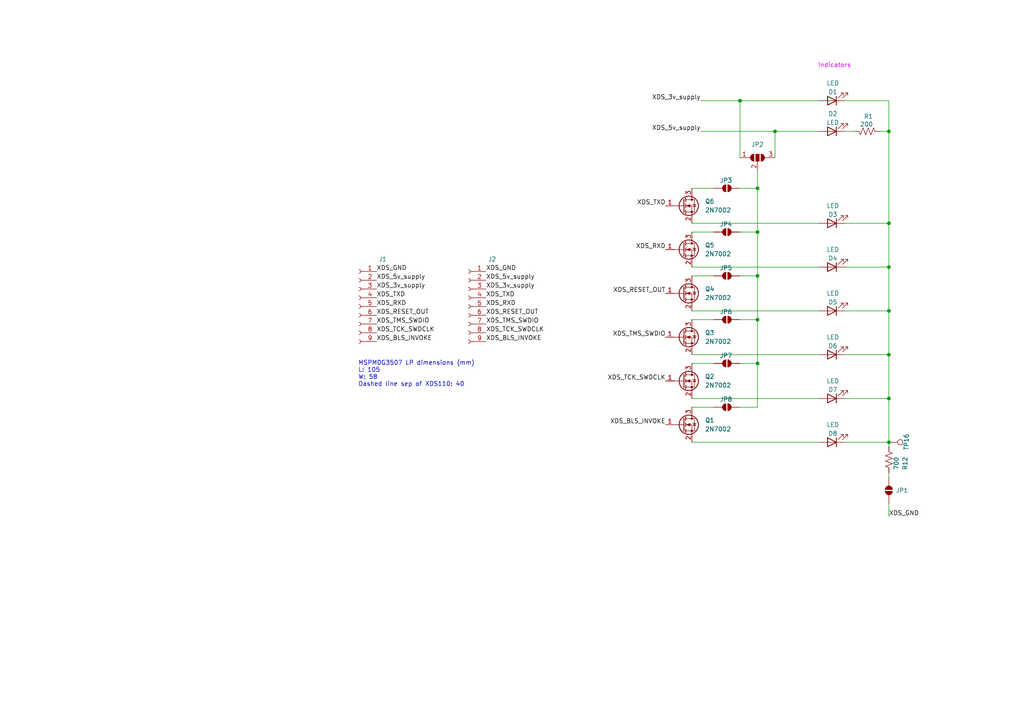
<source format=kicad_sch>
(kicad_sch (version 20250114) (generator "eeschema") (generator_version "9.0")
  (paper "A4")
  (lib_symbols
    (symbol "Connector:Conn_01x09_Socket" (pin_names (offset 1.016) (hide yes))
      (property "Reference" "J" (at 0 12.7 0))
      (property "Value" "Conn_01x09_Socket" (at 0 -12.7 0))
      (symbol "Conn_01x09_Socket_1_1"
        (polyline (pts (xy -1.27 10.16) (xy -0.508 10.16)) (stroke (width 0.1524)))
        (polyline (pts (xy -1.27 7.62) (xy -0.508 7.62)) (stroke (width 0.1524)))
        (polyline (pts (xy -1.27 5.08) (xy -0.508 5.08)) (stroke (width 0.1524)))
        (polyline (pts (xy -1.27 2.54) (xy -0.508 2.54)) (stroke (width 0.1524)))
        (polyline (pts (xy -1.27 0) (xy -0.508 0)) (stroke (width 0.1524)))
        (polyline (pts (xy -1.27 -2.54) (xy -0.508 -2.54)) (stroke (width 0.1524)))
        (polyline (pts (xy -1.27 -5.08) (xy -0.508 -5.08)) (stroke (width 0.1524)))
        (polyline (pts (xy -1.27 -7.62) (xy -0.508 -7.62)) (stroke (width 0.1524)))
        (polyline (pts (xy -1.27 -10.16) (xy -0.508 -10.16)) (stroke (width 0.1524)))
        (arc (start 0 9.652) (mid -0.5058 10.16) (end 0 10.668) (stroke (width 0.1524)))
        (arc (start 0 7.112) (mid -0.5058 7.62) (end 0 8.128) (stroke (width 0.1524)))
        (arc (start 0 4.572) (mid -0.5058 5.08) (end 0 5.588) (stroke (width 0.1524)))
        (arc (start 0 2.032) (mid -0.5058 2.54) (end 0 3.048) (stroke (width 0.1524)))
        (arc (start 0 -0.508) (mid -0.5058 0) (end 0 0.508) (stroke (width 0.1524)))
        (arc (start 0 -3.048) (mid -0.5058 -2.54) (end 0 -2.032) (stroke (width 0.1524)))
        (arc (start 0 -5.588) (mid -0.5058 -5.08) (end 0 -4.572) (stroke (width 0.1524)))
        (arc (start 0 -8.128) (mid -0.5058 -7.62) (end 0 -7.112) (stroke (width 0.1524)))
        (arc (start 0 -10.668) (mid -0.5058 -10.16) (end 0 -9.652) (stroke (width 0.1524)))
        (pin passive line (at -5.08 10.16 0) (length 3.81) (name "Pin_1") (number "1"))
        (pin passive line (at -5.08 7.62 0) (length 3.81) (name "Pin_2") (number "2"))
        (pin passive line (at -5.08 5.08 0) (length 3.81) (name "Pin_3") (number "3"))
        (pin passive line (at -5.08 2.54 0) (length 3.81) (name "Pin_4") (number "4"))
        (pin passive line (at -5.08 0 0) (length 3.81) (name "Pin_5") (number "5"))
        (pin passive line (at -5.08 -2.54 0) (length 3.81) (name "Pin_6") (number "6"))
        (pin passive line (at -5.08 -5.08 0) (length 3.81) (name "Pin_7") (number "7"))
        (pin passive line (at -5.08 -7.62 0) (length 3.81) (name "Pin_8") (number "8"))
        (pin passive line (at -5.08 -10.16 0) (length 3.81) (name "Pin_9") (number "9"))
      )
    )
    (symbol "Connector:TestPoint" (pin_numbers (hide yes)) (pin_names (offset 0.762) (hide yes))
      (property "Reference" "TP" (at 0 6.858 0))
      (property "Value" "TestPoint" (at 0 5.08 0))
      (symbol "TestPoint_0_1"
        (circle (center 0 3.302) (radius 0.762))
      )
      (symbol "TestPoint_1_1"
        (pin passive line (at 0 0 90) (length 2.54) (name "1") (number "1"))
      )
    )
    (symbol "Device:LED" (pin_numbers (hide yes)) (pin_names (offset 1.016) (hide yes))
      (property "Reference" "D" (at 0 2.54 0))
      (property "Value" "LED" (at 0 -2.54 0))
      (symbol "LED_0_1"
        (polyline (pts (xy -3.048 -0.762) (xy -4.572 -2.286) (xy -3.81 -2.286) (xy -4.572 -2.286) (xy -4.572 -1.524)))
        (polyline (pts (xy -1.778 -0.762) (xy -3.302 -2.286) (xy -2.54 -2.286) (xy -3.302 -2.286) (xy -3.302 -1.524)))
        (polyline (pts (xy -1.27 0) (xy 1.27 0)))
        (polyline (pts (xy -1.27 -1.27) (xy -1.27 1.27)) (stroke (width 0.254)))
        (polyline (pts (xy 1.27 -1.27) (xy 1.27 1.27) (xy -1.27 0) (xy 1.27 -1.27)) (stroke (width 0.254)))
      )
      (symbol "LED_1_1"
        (pin passive line (at -3.81 0 0) (length 2.54) (name "K") (number "1"))
        (pin passive line (at 3.81 0 180) (length 2.54) (name "A") (number "2"))
      )
    )
    (symbol "Device:R_US" (pin_numbers (hide yes)) (pin_names (offset 0))
      (property "Reference" "R" (at 2.54 0 90))
      (property "Value" "R_US" (at -2.54 0 90))
      (symbol "R_US_0_1"
        (polyline (pts (xy 0 2.286) (xy 0 2.54)))
        (polyline (pts (xy 0 2.286) (xy 1.016 1.905) (xy 0 1.524) (xy -1.016 1.143) (xy 0 0.762)))
        (polyline (pts (xy 0 0.762) (xy 1.016 0.381) (xy 0 0) (xy -1.016 -0.381) (xy 0 -0.762)))
        (polyline (pts (xy 0 -0.762) (xy 1.016 -1.143) (xy 0 -1.524) (xy -1.016 -1.905) (xy 0 -2.286)))
        (polyline (pts (xy 0 -2.286) (xy 0 -2.54)))
      )
      (symbol "R_US_1_1"
        (pin passive line (at 0 3.81 270) (length 1.27) (name "~") (number "1"))
        (pin passive line (at 0 -3.81 90) (length 1.27) (name "~") (number "2"))
      )
    )
    (symbol "Jumper:SolderJumper_2_Open" (pin_numbers (hide yes)) (pin_names (offset 0) (hide yes)) (in_bom no)
      (property "Reference" "JP" (at 0 2.032 0))
      (property "Value" "SolderJumper_2_Open" (at 0 -2.54 0))
      (symbol "SolderJumper_2_Open_0_1"
        (polyline (pts (xy -0.254 1.016) (xy -0.254 -1.016)))
        (arc (start -0.254 -1.016) (mid -1.2656 0) (end -0.254 1.016))
        (arc (start -0.254 -1.016) (mid -1.2656 0) (end -0.254 1.016) (fill (type outline)))
        (arc (start 0.254 1.016) (mid 1.2656 0) (end 0.254 -1.016))
        (arc (start 0.254 1.016) (mid 1.2656 0) (end 0.254 -1.016) (fill (type outline)))
        (polyline (pts (xy 0.254 1.016) (xy 0.254 -1.016)))
      )
      (symbol "SolderJumper_2_Open_1_1"
        (pin passive line (at -3.81 0 0) (length 2.54) (name "A") (number "1"))
        (pin passive line (at 3.81 0 180) (length 2.54) (name "B") (number "2"))
      )
    )
    (symbol "Jumper:SolderJumper_3_Open" (pin_names (offset 0) (hide yes)) (in_bom no)
      (property "Reference" "JP" (at -2.54 -2.54 0))
      (property "Value" "SolderJumper_3_Open" (at 0 2.794 0))
      (symbol "SolderJumper_3_Open_0_1"
        (polyline (pts (xy -2.54 0) (xy -2.032 0)))
        (polyline (pts (xy -1.016 1.016) (xy -1.016 -1.016)))
        (arc (start -1.016 -1.016) (mid -2.0276 0) (end -1.016 1.016))
        (arc (start -1.016 -1.016) (mid -2.0276 0) (end -1.016 1.016) (fill (type outline)))
        (rectangle (start -0.508 1.016) (end 0.508 -1.016) (fill (type outline)))
        (polyline (pts (xy 0 -1.27) (xy 0 -1.016)))
        (arc (start 1.016 1.016) (mid 2.0276 0) (end 1.016 -1.016))
        (arc (start 1.016 1.016) (mid 2.0276 0) (end 1.016 -1.016) (fill (type outline)))
        (polyline (pts (xy 1.016 1.016) (xy 1.016 -1.016)))
        (polyline (pts (xy 2.54 0) (xy 2.032 0)))
      )
      (symbol "SolderJumper_3_Open_1_1"
        (pin passive line (at -5.08 0 0) (length 2.54) (name "A") (number "1"))
        (pin passive line (at 0 -3.81 90) (length 2.54) (name "C") (number "2"))
        (pin passive line (at 5.08 0 180) (length 2.54) (name "B") (number "3"))
      )
    )
    (symbol "Transistor_FET:2N7002" (pin_names (hide yes))
      (property "Reference" "Q" (at 5.08 1.905 0))
      (property "Value" "2N7002" (at 5.08 0 0))
      (symbol "2N7002_0_1"
        (polyline (pts (xy 0.254 1.905) (xy 0.254 -1.905)) (stroke (width 0.254)))
        (polyline (pts (xy 0.254 0) (xy -2.54 0)))
        (polyline (pts (xy 0.762 2.286) (xy 0.762 1.27)) (stroke (width 0.254)))
        (polyline (pts (xy 0.762 0.508) (xy 0.762 -0.508)) (stroke (width 0.254)))
        (polyline (pts (xy 0.762 -1.27) (xy 0.762 -2.286)) (stroke (width 0.254)))
        (polyline (pts (xy 0.762 -1.778) (xy 3.302 -1.778) (xy 3.302 1.778) (xy 0.762 1.778)))
        (polyline (pts (xy 1.016 0) (xy 2.032 0.381) (xy 2.032 -0.381) (xy 1.016 0)) (fill (type outline)))
        (circle (center 1.651 0) (radius 2.794) (stroke (width 0.254)))
        (polyline (pts (xy 2.54 2.54) (xy 2.54 1.778)))
        (circle (center 2.54 1.778) (radius 0.254) (fill (type outline)))
        (circle (center 2.54 -1.778) (radius 0.254) (fill (type outline)))
        (polyline (pts (xy 2.54 -2.54) (xy 2.54 0) (xy 0.762 0)))
        (polyline (pts (xy 2.794 0.508) (xy 2.921 0.381) (xy 3.683 0.381) (xy 3.81 0.254)))
        (polyline (pts (xy 3.302 0.381) (xy 2.921 -0.254) (xy 3.683 -0.254) (xy 3.302 0.381)))
      )
      (symbol "2N7002_1_1"
        (pin input line (at -5.08 0 0) (length 2.54) (name "G") (number "1"))
        (pin passive line (at 2.54 5.08 270) (length 2.54) (name "D") (number "3"))
        (pin passive line (at 2.54 -5.08 90) (length 2.54) (name "S") (number "2"))
      )
    )
  )
  (text "indicators" (at 242.062 19.05 0) (effects (font (size 1.27 1.27))))
  (text "MSPM0G3507 LP dimensions (mm)\nL: 105\nW: 58\nDashed line sep of XDS110: 40" (at 103.886 104.648 0) (effects (font (size 1.27 1.27)) (justify left top)))
  (junction (at 257.81 38.1))
  (junction (at 214.63 29.21))
  (junction (at 219.71 80.01))
  (junction (at 224.79 38.1))
  (junction (at 257.81 128.27))
  (junction (at 257.81 64.77))
  (junction (at 219.71 92.71))
  (junction (at 219.71 105.41))
  (junction (at 219.71 54.61))
  (junction (at 257.81 115.57))
  (junction (at 257.81 90.17))
  (junction (at 257.81 102.87))
  (junction (at 257.81 77.47))
  (junction (at 219.71 67.31))
  (wire (pts (xy 257.81 137.16) (xy 257.81 138.43)))
  (wire (pts (xy 257.81 115.57) (xy 257.81 128.27)))
  (wire (pts (xy 207.01 118.11) (xy 200.66 118.11)))
  (wire (pts (xy 203.2 38.1) (xy 224.79 38.1)))
  (wire (pts (xy 200.66 77.47) (xy 237.49 77.47)))
  (wire (pts (xy 245.11 128.27) (xy 257.81 128.27)))
  (wire (pts (xy 257.81 90.17) (xy 257.81 102.87)))
  (wire (pts (xy 257.81 102.87) (xy 257.81 115.57)))
  (wire (pts (xy 245.11 115.57) (xy 257.81 115.57)))
  (wire (pts (xy 200.66 92.71) (xy 207.01 92.71)))
  (wire (pts (xy 257.81 77.47) (xy 257.81 90.17)))
  (wire (pts (xy 214.63 29.21) (xy 214.63 45.72)))
  (wire (pts (xy 200.66 102.87) (xy 237.49 102.87)))
  (wire (pts (xy 224.79 38.1) (xy 237.49 38.1)))
  (wire (pts (xy 200.66 64.77) (xy 237.49 64.77)))
  (wire (pts (xy 219.71 67.31) (xy 219.71 80.01)))
  (wire (pts (xy 214.63 67.31) (xy 219.71 67.31)))
  (wire (pts (xy 219.71 49.53) (xy 219.71 54.61)))
  (wire (pts (xy 203.2 29.21) (xy 214.63 29.21)))
  (wire (pts (xy 214.63 80.01) (xy 219.71 80.01)))
  (wire (pts (xy 245.11 29.21) (xy 257.81 29.21)))
  (wire (pts (xy 200.66 67.31) (xy 207.01 67.31)))
  (wire (pts (xy 255.27 38.1) (xy 257.81 38.1)))
  (wire (pts (xy 245.11 77.47) (xy 257.81 77.47)))
  (wire (pts (xy 200.66 128.27) (xy 237.49 128.27)))
  (wire (pts (xy 245.11 38.1) (xy 247.65 38.1)))
  (wire (pts (xy 200.66 54.61) (xy 207.01 54.61)))
  (wire (pts (xy 219.71 80.01) (xy 219.71 92.71)))
  (wire (pts (xy 200.66 115.57) (xy 237.49 115.57)))
  (wire (pts (xy 200.66 105.41) (xy 207.01 105.41)))
  (wire (pts (xy 245.11 102.87) (xy 257.81 102.87)))
  (wire (pts (xy 219.71 54.61) (xy 219.71 67.31)))
  (wire (pts (xy 245.11 90.17) (xy 257.81 90.17)))
  (wire (pts (xy 257.81 38.1) (xy 257.81 29.21)))
  (wire (pts (xy 219.71 105.41) (xy 219.71 118.11)))
  (wire (pts (xy 219.71 92.71) (xy 219.71 105.41)))
  (wire (pts (xy 245.11 64.77) (xy 257.81 64.77)))
  (wire (pts (xy 200.66 90.17) (xy 237.49 90.17)))
  (wire (pts (xy 257.81 146.05) (xy 257.81 149.86)))
  (wire (pts (xy 214.63 29.21) (xy 237.49 29.21)))
  (wire (pts (xy 257.81 64.77) (xy 257.81 77.47)))
  (wire (pts (xy 214.63 92.71) (xy 219.71 92.71)))
  (wire (pts (xy 214.63 54.61) (xy 219.71 54.61)))
  (wire (pts (xy 214.63 105.41) (xy 219.71 105.41)))
  (wire (pts (xy 257.81 128.27) (xy 257.81 129.54)))
  (wire (pts (xy 224.79 38.1) (xy 224.79 45.72)))
  (wire (pts (xy 200.66 80.01) (xy 207.01 80.01)))
  (wire (pts (xy 219.71 118.11) (xy 214.63 118.11)))
  (wire (pts (xy 257.81 38.1) (xy 257.81 64.77)))
  (label "XDS_BLS_INVOKE" (at 109.22 99.06 0))
  (label "XDS_5v_supply" (at 109.22 81.28 0))
  (label "XDS_3v_supply" (at 203.2 29.21 180))
  (label "XDS_TCK_SWDCLK" (at 140.97 96.52 0))
  (label "XDS_GND" (at 140.97 78.74 0))
  (label "XDS_5v_supply" (at 140.97 81.28 0))
  (label "XDS_TXD" (at 140.97 86.36 0))
  (label "XDS_RESET_OUT" (at 109.22 91.44 0))
  (label "XDS_TMS_SWDIO" (at 193.04 97.79 180))
  (label "XDS_RXD" (at 109.22 88.9 0))
  (label "XDS_5v_supply" (at 203.2 38.1 180))
  (label "XDS_RESET_OUT" (at 193.04 85.09 180))
  (label "XDS_TMS_SWDIO" (at 140.97 93.98 0))
  (label "XDS_TXD" (at 193.04 59.69 180))
  (label "XDS_3v_supply" (at 109.22 83.82 0))
  (label "XDS_3v_supply" (at 140.97 83.82 0))
  (label "XDS_TXD" (at 109.22 86.36 0))
  (label "XDS_BLS_INVOKE" (at 140.97 99.06 0))
  (label "XDS_TMS_SWDIO" (at 109.22 93.98 0))
  (label "XDS_BLS_INVOKE" (at 193.04 123.19 180))
  (label "XDS_TCK_SWDCLK" (at 109.22 96.52 0))
  (label "XDS_RXD" (at 140.97 88.9 0))
  (label "XDS_TCK_SWDCLK" (at 193.04 110.49 180))
  (label "XDS_RXD" (at 193.04 72.39 180))
  (label "XDS_GND" (at 109.22 78.74 0))
  (label "XDS_GND" (at 257.81 149.86 0))
  (label "XDS_RESET_OUT" (at 140.97 91.44 0))
  (symbol (lib_id "Device:LED") (at 241.3 29.21 180) (unit 1)
    (property "Reference" "D1" (at 241.554 26.67 0))
    (property "Value" "LED" (at 241.554 24.13 0))
    (property "Footprint" "LED_SMD:LED_0201_0603Metric_Pad0.64x0.40mm_HandSolder" (effects (hide yes)))
    (property "Description" "Amber LED, 5mA, 1.9Vf, 5Vr, 75mW" (effects (hide yes)))
    (property "Sim.Pins" "1=K 2=A" (effects (hide yes)))
    (property "mouser" "https://www.mouser.com/ProductDetail/Inolux/IN-S63AT5A?qs=sGAEpiMZZMusoohG2hS%252B168PbK3Wnfgfrs6xlVjjR%2FyR990S%252B53E4A%3D%3D" (effects (hide yes)))
    (property "specs" "amber, 5mA, 1.9V, 75mW, -40C, +85C" (effects (hide yes)))
    (property "unit x10" "0.12" (effects (hide yes)))
  )
  (symbol (lib_id "Jumper:SolderJumper_2_Open") (at 210.82 105.41 0) (unit 1) (in_bom no)
    (property "Reference" "JP7" (at 210.566 103.124 0))
    (property "Value" "SolderJumper_2_Open" (effects (hide yes)))
    (property "Footprint" "Jumper:SolderJumper-2_P1.3mm_Open_RoundedPad1.0x1.5mm" (effects (hide yes)))
    (property "Description" "Solder Jumper, 2-pole, open" (effects (hide yes)))
  )
  (symbol (lib_id "Transistor_FET:2N7002") (at 198.12 59.69 0) (unit 1)
    (property "Reference" "Q6" (at 204.47 58.4199 0) (effects (justify left)))
    (property "Value" "2N7002" (at 204.47 60.9599 0) (effects (justify left)))
    (property "Footprint" "Package_TO_SOT_SMD:SOT-23" (effects (hide yes)))
    (property "Datasheet" "https://www.onsemi.com/pub/Collateral/NDS7002A-D.PDF" (effects (hide yes)))
    (property "Description" "0.115A Id, 60V Vds, N-Channel MOSFET, SOT-23" (effects (hide yes)))
    (property "mouser" "https://www.mouser.com/ProductDetail/Nexperia/2N7002BK215?qs=Z28%252Bnr95Va2ls36nCHG6bQ%3D%3D" (effects (hide yes)))
    (property "specs" "NChan, 60V, 250mA, 1v1thresh, 440mW, 1.6Ohms" (effects (hide yes)))
    (property "unit x10" "0.072" (effects (hide yes)))
  )
  (symbol (lib_id "Jumper:SolderJumper_2_Open") (at 210.82 67.31 0) (unit 1) (in_bom no)
    (property "Reference" "JP4" (at 210.566 65.024 0))
    (property "Value" "SolderJumper_2_Open" (effects (hide yes)))
    (property "Footprint" "Jumper:SolderJumper-2_P1.3mm_Open_RoundedPad1.0x1.5mm" (effects (hide yes)))
    (property "Description" "Solder Jumper, 2-pole, open" (effects (hide yes)))
  )
  (symbol (lib_id "Device:LED") (at 241.3 64.77 180) (unit 1)
    (property "Reference" "D3" (at 241.554 62.23 0))
    (property "Value" "LED" (at 241.554 59.69 0))
    (property "Footprint" "LED_SMD:LED_0201_0603Metric_Pad0.64x0.40mm_HandSolder" (effects (hide yes)))
    (property "Description" "Amber LED, 5mA, 1.9Vf, 5Vr, 75mW" (effects (hide yes)))
    (property "Sim.Pins" "1=K 2=A" (effects (hide yes)))
    (property "mouser" "https://www.mouser.com/ProductDetail/Inolux/IN-S63AT5A?qs=sGAEpiMZZMusoohG2hS%252B168PbK3Wnfgfrs6xlVjjR%2FyR990S%252B53E4A%3D%3D" (effects (hide yes)))
    (property "specs" "amber, 5mA, 1.9V, 75mW, -40C, +85C" (effects (hide yes)))
    (property "unit x10" "0.12" (effects (hide yes)))
  )
  (symbol (lib_id "Device:LED") (at 241.3 38.1 180) (unit 1)
    (property "Reference" "D2" (at 241.554 33.02 0))
    (property "Value" "LED" (at 241.554 35.56 0))
    (property "Footprint" "LED_SMD:LED_0201_0603Metric_Pad0.64x0.40mm_HandSolder" (effects (hide yes)))
    (property "Description" "Amber LED, 5mA, 1.9Vf, 5Vr, 75mW" (effects (hide yes)))
    (property "Sim.Pins" "1=K 2=A" (effects (hide yes)))
    (property "mouser" "https://www.mouser.com/ProductDetail/Inolux/IN-S63AT5A?qs=sGAEpiMZZMusoohG2hS%252B168PbK3Wnfgfrs6xlVjjR%2FyR990S%252B53E4A%3D%3D" (effects (hide yes)))
    (property "specs" "amber, 5mA, 1.9V, 75mW, -40C, +85C" (effects (hide yes)))
    (property "unit x10" "0.12" (effects (hide yes)))
  )
  (symbol (lib_id "Transistor_FET:2N7002") (at 198.12 72.39 0) (unit 1)
    (property "Reference" "Q5" (at 204.47 71.1199 0) (effects (justify left)))
    (property "Value" "2N7002" (at 204.47 73.6599 0) (effects (justify left)))
    (property "Footprint" "Package_TO_SOT_SMD:SOT-23" (effects (hide yes)))
    (property "Datasheet" "https://www.onsemi.com/pub/Collateral/NDS7002A-D.PDF" (effects (hide yes)))
    (property "Description" "0.115A Id, 60V Vds, N-Channel MOSFET, SOT-23" (effects (hide yes)))
    (property "mouser" "https://www.mouser.com/ProductDetail/Nexperia/2N7002BK215?qs=Z28%252Bnr95Va2ls36nCHG6bQ%3D%3D" (effects (hide yes)))
    (property "specs" "NChan, 60V, 250mA, 1v1thresh, 440mW, 1.6Ohms" (effects (hide yes)))
    (property "unit x10" "0.072" (effects (hide yes)))
  )
  (symbol (lib_id "Jumper:SolderJumper_2_Open") (at 210.82 80.01 0) (unit 1) (in_bom no)
    (property "Reference" "JP5" (at 210.566 77.724 0))
    (property "Value" "SolderJumper_2_Open" (effects (hide yes)))
    (property "Footprint" "Jumper:SolderJumper-2_P1.3mm_Open_RoundedPad1.0x1.5mm" (effects (hide yes)))
    (property "Description" "Solder Jumper, 2-pole, open" (effects (hide yes)))
  )
  (symbol (lib_id "Transistor_FET:2N7002") (at 198.12 110.49 0) (unit 1)
    (property "Reference" "Q2" (at 204.47 109.2199 0) (effects (justify left)))
    (property "Value" "2N7002" (at 204.47 111.7599 0) (effects (justify left)))
    (property "Footprint" "Package_TO_SOT_SMD:SOT-23" (effects (hide yes)))
    (property "Datasheet" "https://www.onsemi.com/pub/Collateral/NDS7002A-D.PDF" (effects (hide yes)))
    (property "Description" "0.115A Id, 60V Vds, N-Channel MOSFET, SOT-23" (effects (hide yes)))
    (property "mouser" "https://www.mouser.com/ProductDetail/Nexperia/2N7002BK215?qs=Z28%252Bnr95Va2ls36nCHG6bQ%3D%3D" (effects (hide yes)))
    (property "specs" "NChan, 60V, 250mA, 1v1thresh, 440mW, 1.6Ohms" (effects (hide yes)))
    (property "unit x10" "0.072" (effects (hide yes)))
  )
  (symbol (lib_id "Device:LED") (at 241.3 77.47 180) (unit 1)
    (property "Reference" "D4" (at 241.554 74.93 0))
    (property "Value" "LED" (at 241.554 72.39 0))
    (property "Footprint" "LED_SMD:LED_0201_0603Metric_Pad0.64x0.40mm_HandSolder" (effects (hide yes)))
    (property "Description" "Amber LED, 5mA, 1.9Vf, 5Vr, 75mW" (effects (hide yes)))
    (property "Sim.Pins" "1=K 2=A" (effects (hide yes)))
    (property "mouser" "https://www.mouser.com/ProductDetail/Inolux/IN-S63AT5A?qs=sGAEpiMZZMusoohG2hS%252B168PbK3Wnfgfrs6xlVjjR%2FyR990S%252B53E4A%3D%3D" (effects (hide yes)))
    (property "specs" "amber, 5mA, 1.9V, 75mW, -40C, +85C" (effects (hide yes)))
    (property "unit x10" "0.12" (effects (hide yes)))
  )
  (symbol (lib_id "Connector:Conn_01x09_Socket") (at 104.14 88.9 0) (mirror y) (unit 1) (in_bom no)
    (property "Reference" "J1" (at 110.998 75.184 0))
    (property "Value" "Conn_01x09_Socket" (effects (hide yes)))
    (property "Footprint" "Connector_PinHeader_2.54mm:PinHeader_1x09_P2.54mm_Vertical" (effects (hide yes)))
    (property "Description" "Generic connector, single row, 01x09, script generated" (effects (hide yes)))
  )
  (symbol (lib_id "Device:R_US") (at 251.46 38.1 90) (mirror x) (unit 1)
    (property "Reference" "R1" (at 253.238 33.782 90) (effects (justify left)))
    (property "Value" "200" (at 253.238 36.068 90) (effects (justify left)))
    (property "Footprint" "Resistor_SMD:R_1206_3216Metric_Pad1.30x1.75mm_HandSolder" (effects (hide yes)))
    (property "Datasheet" "https://www.mouser.com/ProductDetail/Panasonic/ERJ-P08J201V?qs=js9DCdkuA2r%2FYZjmQm4p2A%3D%3D" (effects (hide yes)))
    (property "Description" "Resistor, US symbol" (effects (hide yes)))
    (property "mouser" "https://www.mouser.com/ProductDetail/Panasonic/ERJ-P08J201V?qs=js9DCdkuA2r%2FYZjmQm4p2A%3D%3D" (effects (hide yes)))
    (property "specs" "200Ohms, 660mW, 200PPM, 500V, 5%, -55C, +155C" (effects (hide yes)))
    (property "unit x10" "0.05" (effects (hide yes)))
  )
  (symbol (lib_id "Connector:TestPoint") (at 257.81 128.27 270) (unit 1) (in_bom no)
    (property "Reference" "TP16" (at 262.89 125.73 0) (effects (justify left)))
    (property "Value" "TestPoint" (effects (hide yes)))
    (property "Footprint" "TestPoint:TestPoint_Loop_D2.50mm_Drill1.0mm_LowProfile" (effects (hide yes)))
    (property "Description" "test point" (effects (hide yes)))
  )
  (symbol (lib_id "Jumper:SolderJumper_2_Open") (at 210.82 118.11 0) (unit 1) (in_bom no)
    (property "Reference" "JP8" (at 210.566 115.824 0))
    (property "Value" "SolderJumper_2_Open" (effects (hide yes)))
    (property "Footprint" "Jumper:SolderJumper-2_P1.3mm_Open_RoundedPad1.0x1.5mm" (effects (hide yes)))
    (property "Description" "Solder Jumper, 2-pole, open" (effects (hide yes)))
  )
  (symbol (lib_id "Device:LED") (at 241.3 115.57 180) (unit 1)
    (property "Reference" "D7" (at 241.554 113.03 0))
    (property "Value" "LED" (at 241.554 110.49 0))
    (property "Footprint" "LED_SMD:LED_0201_0603Metric_Pad0.64x0.40mm_HandSolder" (effects (hide yes)))
    (property "Description" "Amber LED, 5mA, 1.9Vf, 5Vr, 75mW" (effects (hide yes)))
    (property "Sim.Pins" "1=K 2=A" (effects (hide yes)))
    (property "mouser" "https://www.mouser.com/ProductDetail/Inolux/IN-S63AT5A?qs=sGAEpiMZZMusoohG2hS%252B168PbK3Wnfgfrs6xlVjjR%2FyR990S%252B53E4A%3D%3D" (effects (hide yes)))
    (property "specs" "amber, 5mA, 1.9V, 75mW, -40C, +85C" (effects (hide yes)))
    (property "unit x10" "0.12" (effects (hide yes)))
  )
  (symbol (lib_id "Device:LED") (at 241.3 102.87 180) (unit 1)
    (property "Reference" "D6" (at 241.554 100.33 0))
    (property "Value" "LED" (at 241.554 97.79 0))
    (property "Footprint" "LED_SMD:LED_0201_0603Metric_Pad0.64x0.40mm_HandSolder" (effects (hide yes)))
    (property "Description" "Amber LED, 5mA, 1.9Vf, 5Vr, 75mW" (effects (hide yes)))
    (property "Sim.Pins" "1=K 2=A" (effects (hide yes)))
    (property "mouser" "https://www.mouser.com/ProductDetail/Inolux/IN-S63AT5A?qs=sGAEpiMZZMusoohG2hS%252B168PbK3Wnfgfrs6xlVjjR%2FyR990S%252B53E4A%3D%3D" (effects (hide yes)))
    (property "specs" "amber, 5mA, 1.9V, 75mW, -40C, +85C" (effects (hide yes)))
    (property "unit x10" "0.12" (effects (hide yes)))
  )
  (symbol (lib_id "Transistor_FET:2N7002") (at 198.12 123.19 0) (unit 1)
    (property "Reference" "Q1" (at 204.47 121.9199 0) (effects (justify left)))
    (property "Value" "2N7002" (at 204.47 124.4599 0) (effects (justify left)))
    (property "Footprint" "Package_TO_SOT_SMD:SOT-23" (effects (hide yes)))
    (property "Datasheet" "https://www.onsemi.com/pub/Collateral/NDS7002A-D.PDF" (effects (hide yes)))
    (property "Description" "0.115A Id, 60V Vds, N-Channel MOSFET, SOT-23" (effects (hide yes)))
    (property "mouser" "https://www.mouser.com/ProductDetail/Nexperia/2N7002BK215?qs=Z28%252Bnr95Va2ls36nCHG6bQ%3D%3D" (effects (hide yes)))
    (property "specs" "NChan, 60V, 250mA, 1v1thresh, 440mW, 1.6Ohms" (effects (hide yes)))
    (property "unit x10" "0.072" (effects (hide yes)))
  )
  (symbol (lib_id "Jumper:SolderJumper_2_Open") (at 210.82 54.61 0) (unit 1) (in_bom no)
    (property "Reference" "JP3" (at 210.566 52.324 0))
    (property "Value" "SolderJumper_2_Open" (effects (hide yes)))
    (property "Footprint" "Jumper:SolderJumper-2_P1.3mm_Open_RoundedPad1.0x1.5mm" (effects (hide yes)))
    (property "Description" "Solder Jumper, 2-pole, open" (effects (hide yes)))
  )
  (symbol (lib_id "Transistor_FET:2N7002") (at 198.12 97.79 0) (unit 1)
    (property "Reference" "Q3" (at 204.47 96.5199 0) (effects (justify left)))
    (property "Value" "2N7002" (at 204.47 99.0599 0) (effects (justify left)))
    (property "Footprint" "Package_TO_SOT_SMD:SOT-23" (effects (hide yes)))
    (property "Datasheet" "https://www.onsemi.com/pub/Collateral/NDS7002A-D.PDF" (effects (hide yes)))
    (property "Description" "0.115A Id, 60V Vds, N-Channel MOSFET, SOT-23" (effects (hide yes)))
    (property "mouser" "https://www.mouser.com/ProductDetail/Nexperia/2N7002BK215?qs=Z28%252Bnr95Va2ls36nCHG6bQ%3D%3D" (effects (hide yes)))
    (property "specs" "NChan, 60V, 250mA, 1v1thresh, 440mW, 1.6Ohms" (effects (hide yes)))
    (property "unit x10" "0.072" (effects (hide yes)))
  )
  (symbol (lib_id "Jumper:SolderJumper_3_Open") (at 219.71 45.72 0) (unit 1) (in_bom no)
    (property "Reference" "JP2" (at 219.71 41.91 0))
    (property "Value" "SolderJumper_3_Open" (effects (hide yes)))
    (property "Footprint" "Jumper:SolderJumper-3_P1.3mm_Open_Pad1.0x1.5mm" (effects (hide yes)))
    (property "Description" "Solder Jumper, 3-pole, open" (effects (hide yes)))
  )
  (symbol (lib_id "Transistor_FET:2N7002") (at 198.12 85.09 0) (unit 1)
    (property "Reference" "Q4" (at 204.47 83.8199 0) (effects (justify left)))
    (property "Value" "2N7002" (at 204.47 86.3599 0) (effects (justify left)))
    (property "Footprint" "Package_TO_SOT_SMD:SOT-23" (effects (hide yes)))
    (property "Datasheet" "https://www.onsemi.com/pub/Collateral/NDS7002A-D.PDF" (effects (hide yes)))
    (property "Description" "0.115A Id, 60V Vds, N-Channel MOSFET, SOT-23" (effects (hide yes)))
    (property "mouser" "https://www.mouser.com/ProductDetail/Nexperia/2N7002BK215?qs=Z28%252Bnr95Va2ls36nCHG6bQ%3D%3D" (effects (hide yes)))
    (property "specs" "NChan, 60V, 250mA, 1v1thresh, 440mW, 1.6Ohms" (effects (hide yes)))
    (property "unit x10" "0.072" (effects (hide yes)))
  )
  (symbol (lib_id "Device:LED") (at 241.3 90.17 180) (unit 1)
    (property "Reference" "D5" (at 241.554 87.63 0))
    (property "Value" "LED" (at 241.554 85.09 0))
    (property "Footprint" "LED_SMD:LED_0201_0603Metric_Pad0.64x0.40mm_HandSolder" (effects (hide yes)))
    (property "Description" "Amber LED, 5mA, 1.9Vf, 5Vr, 75mW" (effects (hide yes)))
    (property "Sim.Pins" "1=K 2=A" (effects (hide yes)))
    (property "mouser" "https://www.mouser.com/ProductDetail/Inolux/IN-S63AT5A?qs=sGAEpiMZZMusoohG2hS%252B168PbK3Wnfgfrs6xlVjjR%2FyR990S%252B53E4A%3D%3D" (effects (hide yes)))
    (property "specs" "amber, 5mA, 1.9V, 75mW, -40C, +85C" (effects (hide yes)))
    (property "unit x10" "0.12" (effects (hide yes)))
  )
  (symbol (lib_id "Connector:Conn_01x09_Socket") (at 135.89 88.9 0) (mirror y) (unit 1) (in_bom no)
    (property "Reference" "J2" (at 142.748 75.184 0))
    (property "Value" "Conn_01x09_Socket" (effects (hide yes)))
    (property "Footprint" "Connector_PinHeader_2.54mm:PinHeader_1x09_P2.54mm_Vertical" (effects (hide yes)))
    (property "Description" "Generic connector, single row, 01x09, script generated" (effects (hide yes)))
  )
  (symbol (lib_id "Jumper:SolderJumper_2_Open") (at 210.82 92.71 0) (unit 1) (in_bom no)
    (property "Reference" "JP6" (at 210.566 90.424 0))
    (property "Value" "SolderJumper_2_Open" (effects (hide yes)))
    (property "Footprint" "Jumper:SolderJumper-2_P1.3mm_Open_RoundedPad1.0x1.5mm" (effects (hide yes)))
    (property "Description" "Solder Jumper, 2-pole, open" (effects (hide yes)))
  )
  (symbol (lib_id "Device:R_US") (at 257.81 133.35 180) (unit 1)
    (property "Reference" "R12" (at 262.509 132.461 90) (effects (justify left)))
    (property "Value" "700" (at 259.969 132.461 90) (effects (justify left)))
    (property "Footprint" "Resistor_SMD:R_1206_3216Metric_Pad1.30x1.75mm_HandSolder" (effects (hide yes)))
    (property "Datasheet" "https://www.mouser.com/ProductDetail/Panasonic/ERJ-P08F6800V?qs=iIVTEDlrHA3SVAPfz%2FMedg%3D%3D" (effects (hide yes)))
    (property "Description" "Resistor, US symbol" (effects (hide yes)))
  )
  (symbol (lib_id "Device:LED") (at 241.3 128.27 180) (unit 1)
    (property "Reference" "D8" (at 241.554 125.73 0))
    (property "Value" "LED" (at 241.554 123.19 0))
    (property "Footprint" "LED_SMD:LED_0201_0603Metric_Pad0.64x0.40mm_HandSolder" (effects (hide yes)))
    (property "Description" "Amber LED, 5mA, 1.9Vf, 5Vr, 75mW" (effects (hide yes)))
    (property "Sim.Pins" "1=K 2=A" (effects (hide yes)))
    (property "mouser" "https://www.mouser.com/ProductDetail/Inolux/IN-S63AT5A?qs=sGAEpiMZZMusoohG2hS%252B168PbK3Wnfgfrs6xlVjjR%2FyR990S%252B53E4A%3D%3D" (effects (hide yes)))
    (property "specs" "amber, 5mA, 1.9V, 75mW, -40C, +85C" (effects (hide yes)))
    (property "unit x10" "0.12" (effects (hide yes)))
  )
  (symbol (lib_id "Jumper:SolderJumper_2_Open") (at 257.81 142.24 90) (unit 1) (in_bom no)
    (property "Reference" "JP1" (at 261.62 142.24 90))
    (property "Value" "SolderJumper_2_Open" (effects (hide yes)))
    (property "Footprint" "Jumper:SolderJumper-2_P1.3mm_Open_RoundedPad1.0x1.5mm" (effects (hide yes)))
    (property "Description" "Solder Jumper, 2-pole, open" (effects (hide yes)))
  )
)
</source>
